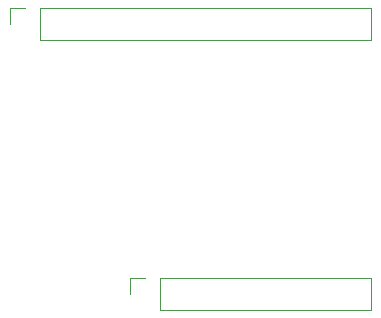
<source format=gbr>
%TF.GenerationSoftware,KiCad,Pcbnew,(5.1.10-1-10_14)*%
%TF.CreationDate,2021-12-17T20:44:53-05:00*%
%TF.ProjectId,Control_and_Output,436f6e74-726f-46c5-9f61-6e645f4f7574,rev?*%
%TF.SameCoordinates,Original*%
%TF.FileFunction,Legend,Bot*%
%TF.FilePolarity,Positive*%
%FSLAX46Y46*%
G04 Gerber Fmt 4.6, Leading zero omitted, Abs format (unit mm)*
G04 Created by KiCad (PCBNEW (5.1.10-1-10_14)) date 2021-12-17 20:44:53*
%MOMM*%
%LPD*%
G01*
G04 APERTURE LIST*
%ADD10C,0.120000*%
G04 APERTURE END LIST*
D10*
%TO.C,J4*%
X80070000Y-66742000D02*
X80070000Y-69402000D01*
X52070000Y-66742000D02*
X80070000Y-66742000D01*
X52070000Y-69402000D02*
X80070000Y-69402000D01*
X52070000Y-66742000D02*
X52070000Y-69402000D01*
X50800000Y-66742000D02*
X49470000Y-66742000D01*
X49470000Y-66742000D02*
X49470000Y-68072000D01*
%TO.C,J3*%
X59630000Y-89602000D02*
X59630000Y-90932000D01*
X60960000Y-89602000D02*
X59630000Y-89602000D01*
X62230000Y-89602000D02*
X62230000Y-92262000D01*
X62230000Y-92262000D02*
X80070000Y-92262000D01*
X62230000Y-89602000D02*
X80070000Y-89602000D01*
X80070000Y-89602000D02*
X80070000Y-92262000D01*
%TD*%
M02*

</source>
